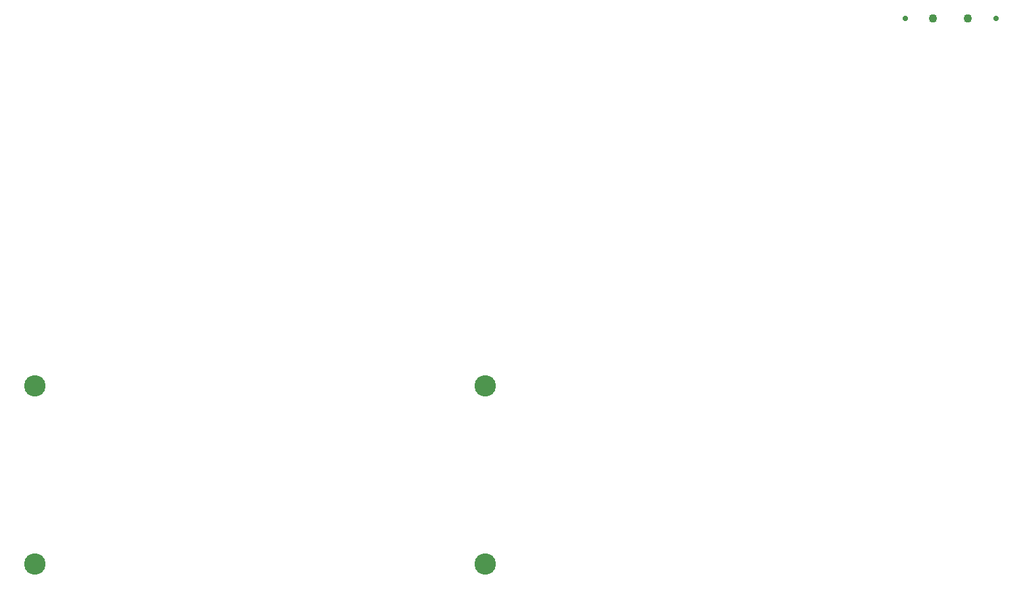
<source format=gbr>
%TF.GenerationSoftware,Altium Limited,Altium Designer,25.1.2 (22)*%
G04 Layer_Color=0*
%FSLAX45Y45*%
%MOMM*%
%TF.SameCoordinates,50AF8CB0-8788-4631-97D4-B92DF93AA5B5*%
%TF.FilePolarity,Positive*%
%TF.FileFunction,NonPlated,1,4,NPTH,Drill*%
%TF.Part,Single*%
G01*
G75*
%TA.AperFunction,ComponentDrill*%
%ADD79C,0.70000*%
%ADD80C,1.10000*%
%ADD81C,2.75000*%
D79*
X14248599Y12242800D02*
D03*
X15418600D02*
D03*
D80*
X14608600D02*
D03*
X15058600D02*
D03*
D81*
X3043600Y5212700D02*
D03*
Y7512700D02*
D03*
X8843600Y5212700D02*
D03*
Y7512700D02*
D03*
%TF.MD5,06dd9cd9223cef0a3e0820fc12282546*%
M02*

</source>
